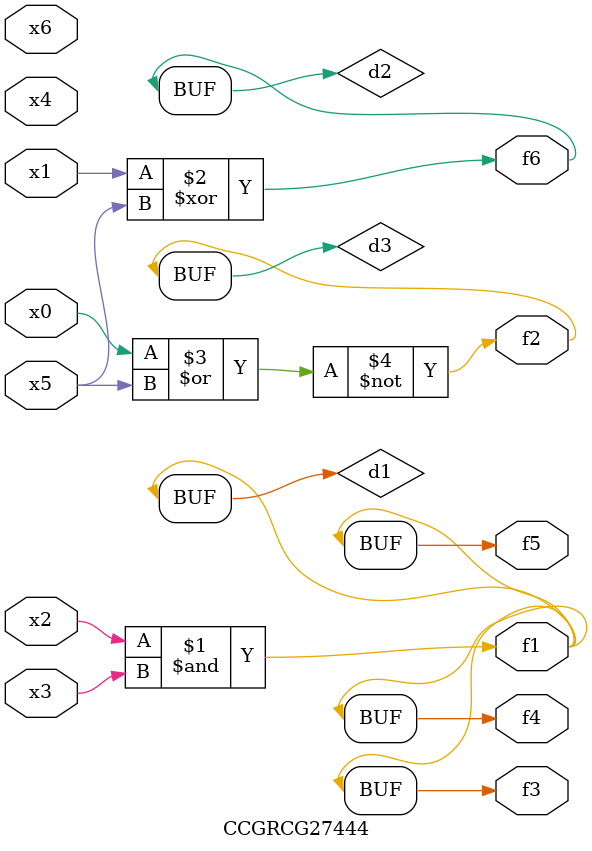
<source format=v>
module CCGRCG27444(
	input x0, x1, x2, x3, x4, x5, x6,
	output f1, f2, f3, f4, f5, f6
);

	wire d1, d2, d3;

	and (d1, x2, x3);
	xor (d2, x1, x5);
	nor (d3, x0, x5);
	assign f1 = d1;
	assign f2 = d3;
	assign f3 = d1;
	assign f4 = d1;
	assign f5 = d1;
	assign f6 = d2;
endmodule

</source>
